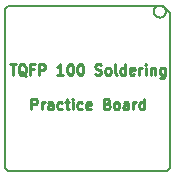
<source format=gto>
G04 (created by PCBNEW-RS274X (2012-01-19 BZR 3256)-stable) date 21/01/2013 18:38:03*
G01*
G70*
G90*
%MOIN*%
G04 Gerber Fmt 3.4, Leading zero omitted, Abs format*
%FSLAX34Y34*%
G04 APERTURE LIST*
%ADD10C,0.006000*%
%ADD11C,0.008800*%
%ADD12C,0.008000*%
G04 APERTURE END LIST*
G54D10*
G54D11*
X51391Y-50201D02*
X51591Y-50201D01*
X51491Y-50551D02*
X51491Y-50201D01*
X51942Y-50584D02*
X51908Y-50567D01*
X51875Y-50534D01*
X51825Y-50484D01*
X51792Y-50467D01*
X51758Y-50467D01*
X51775Y-50551D02*
X51742Y-50534D01*
X51708Y-50501D01*
X51692Y-50434D01*
X51692Y-50317D01*
X51708Y-50251D01*
X51742Y-50217D01*
X51775Y-50201D01*
X51842Y-50201D01*
X51875Y-50217D01*
X51908Y-50251D01*
X51925Y-50317D01*
X51925Y-50434D01*
X51908Y-50501D01*
X51875Y-50534D01*
X51842Y-50551D01*
X51775Y-50551D01*
X52192Y-50367D02*
X52075Y-50367D01*
X52075Y-50551D02*
X52075Y-50201D01*
X52242Y-50201D01*
X52375Y-50551D02*
X52375Y-50201D01*
X52509Y-50201D01*
X52542Y-50217D01*
X52559Y-50234D01*
X52575Y-50267D01*
X52575Y-50317D01*
X52559Y-50351D01*
X52542Y-50367D01*
X52509Y-50384D01*
X52375Y-50384D01*
X53176Y-50551D02*
X52976Y-50551D01*
X53076Y-50551D02*
X53076Y-50201D01*
X53042Y-50251D01*
X53009Y-50284D01*
X52976Y-50301D01*
X53392Y-50201D02*
X53425Y-50201D01*
X53459Y-50217D01*
X53475Y-50234D01*
X53492Y-50267D01*
X53509Y-50334D01*
X53509Y-50417D01*
X53492Y-50484D01*
X53475Y-50517D01*
X53459Y-50534D01*
X53425Y-50551D01*
X53392Y-50551D01*
X53359Y-50534D01*
X53342Y-50517D01*
X53325Y-50484D01*
X53309Y-50417D01*
X53309Y-50334D01*
X53325Y-50267D01*
X53342Y-50234D01*
X53359Y-50217D01*
X53392Y-50201D01*
X53725Y-50201D02*
X53758Y-50201D01*
X53792Y-50217D01*
X53808Y-50234D01*
X53825Y-50267D01*
X53842Y-50334D01*
X53842Y-50417D01*
X53825Y-50484D01*
X53808Y-50517D01*
X53792Y-50534D01*
X53758Y-50551D01*
X53725Y-50551D01*
X53692Y-50534D01*
X53675Y-50517D01*
X53658Y-50484D01*
X53642Y-50417D01*
X53642Y-50334D01*
X53658Y-50267D01*
X53675Y-50234D01*
X53692Y-50217D01*
X53725Y-50201D01*
X54242Y-50534D02*
X54292Y-50551D01*
X54375Y-50551D01*
X54408Y-50534D01*
X54425Y-50517D01*
X54442Y-50484D01*
X54442Y-50451D01*
X54425Y-50417D01*
X54408Y-50401D01*
X54375Y-50384D01*
X54308Y-50367D01*
X54275Y-50351D01*
X54258Y-50334D01*
X54242Y-50301D01*
X54242Y-50267D01*
X54258Y-50234D01*
X54275Y-50217D01*
X54308Y-50201D01*
X54392Y-50201D01*
X54442Y-50217D01*
X54641Y-50551D02*
X54608Y-50534D01*
X54591Y-50517D01*
X54575Y-50484D01*
X54575Y-50384D01*
X54591Y-50351D01*
X54608Y-50334D01*
X54641Y-50317D01*
X54691Y-50317D01*
X54725Y-50334D01*
X54741Y-50351D01*
X54758Y-50384D01*
X54758Y-50484D01*
X54741Y-50517D01*
X54725Y-50534D01*
X54691Y-50551D01*
X54641Y-50551D01*
X54958Y-50551D02*
X54925Y-50534D01*
X54908Y-50501D01*
X54908Y-50201D01*
X55241Y-50551D02*
X55241Y-50201D01*
X55241Y-50534D02*
X55208Y-50551D01*
X55141Y-50551D01*
X55108Y-50534D01*
X55091Y-50517D01*
X55075Y-50484D01*
X55075Y-50384D01*
X55091Y-50351D01*
X55108Y-50334D01*
X55141Y-50317D01*
X55208Y-50317D01*
X55241Y-50334D01*
X55542Y-50534D02*
X55508Y-50551D01*
X55442Y-50551D01*
X55408Y-50534D01*
X55392Y-50501D01*
X55392Y-50367D01*
X55408Y-50334D01*
X55442Y-50317D01*
X55508Y-50317D01*
X55542Y-50334D01*
X55558Y-50367D01*
X55558Y-50401D01*
X55392Y-50434D01*
X55708Y-50551D02*
X55708Y-50317D01*
X55708Y-50384D02*
X55725Y-50351D01*
X55742Y-50334D01*
X55775Y-50317D01*
X55808Y-50317D01*
X55925Y-50551D02*
X55925Y-50317D01*
X55925Y-50201D02*
X55909Y-50217D01*
X55925Y-50234D01*
X55942Y-50217D01*
X55925Y-50201D01*
X55925Y-50234D01*
X56092Y-50317D02*
X56092Y-50551D01*
X56092Y-50351D02*
X56109Y-50334D01*
X56142Y-50317D01*
X56192Y-50317D01*
X56226Y-50334D01*
X56242Y-50367D01*
X56242Y-50551D01*
X56559Y-50317D02*
X56559Y-50601D01*
X56543Y-50634D01*
X56526Y-50651D01*
X56493Y-50667D01*
X56443Y-50667D01*
X56409Y-50651D01*
X56559Y-50534D02*
X56526Y-50551D01*
X56459Y-50551D01*
X56426Y-50534D01*
X56409Y-50517D01*
X56393Y-50484D01*
X56393Y-50384D01*
X56409Y-50351D01*
X56426Y-50334D01*
X56459Y-50317D01*
X56526Y-50317D01*
X56559Y-50334D01*
X52115Y-51707D02*
X52115Y-51357D01*
X52249Y-51357D01*
X52282Y-51373D01*
X52299Y-51390D01*
X52315Y-51423D01*
X52315Y-51473D01*
X52299Y-51507D01*
X52282Y-51523D01*
X52249Y-51540D01*
X52115Y-51540D01*
X52465Y-51707D02*
X52465Y-51473D01*
X52465Y-51540D02*
X52482Y-51507D01*
X52499Y-51490D01*
X52532Y-51473D01*
X52565Y-51473D01*
X52832Y-51707D02*
X52832Y-51523D01*
X52816Y-51490D01*
X52782Y-51473D01*
X52716Y-51473D01*
X52682Y-51490D01*
X52832Y-51690D02*
X52799Y-51707D01*
X52716Y-51707D01*
X52682Y-51690D01*
X52666Y-51657D01*
X52666Y-51623D01*
X52682Y-51590D01*
X52716Y-51573D01*
X52799Y-51573D01*
X52832Y-51557D01*
X53149Y-51690D02*
X53116Y-51707D01*
X53049Y-51707D01*
X53016Y-51690D01*
X52999Y-51673D01*
X52983Y-51640D01*
X52983Y-51540D01*
X52999Y-51507D01*
X53016Y-51490D01*
X53049Y-51473D01*
X53116Y-51473D01*
X53149Y-51490D01*
X53249Y-51473D02*
X53383Y-51473D01*
X53299Y-51357D02*
X53299Y-51657D01*
X53316Y-51690D01*
X53349Y-51707D01*
X53383Y-51707D01*
X53499Y-51707D02*
X53499Y-51473D01*
X53499Y-51357D02*
X53483Y-51373D01*
X53499Y-51390D01*
X53516Y-51373D01*
X53499Y-51357D01*
X53499Y-51390D01*
X53816Y-51690D02*
X53783Y-51707D01*
X53716Y-51707D01*
X53683Y-51690D01*
X53666Y-51673D01*
X53650Y-51640D01*
X53650Y-51540D01*
X53666Y-51507D01*
X53683Y-51490D01*
X53716Y-51473D01*
X53783Y-51473D01*
X53816Y-51490D01*
X54100Y-51690D02*
X54066Y-51707D01*
X54000Y-51707D01*
X53966Y-51690D01*
X53950Y-51657D01*
X53950Y-51523D01*
X53966Y-51490D01*
X54000Y-51473D01*
X54066Y-51473D01*
X54100Y-51490D01*
X54116Y-51523D01*
X54116Y-51557D01*
X53950Y-51590D01*
X54650Y-51523D02*
X54700Y-51540D01*
X54717Y-51557D01*
X54733Y-51590D01*
X54733Y-51640D01*
X54717Y-51673D01*
X54700Y-51690D01*
X54667Y-51707D01*
X54533Y-51707D01*
X54533Y-51357D01*
X54650Y-51357D01*
X54683Y-51373D01*
X54700Y-51390D01*
X54717Y-51423D01*
X54717Y-51457D01*
X54700Y-51490D01*
X54683Y-51507D01*
X54650Y-51523D01*
X54533Y-51523D01*
X54933Y-51707D02*
X54900Y-51690D01*
X54883Y-51673D01*
X54867Y-51640D01*
X54867Y-51540D01*
X54883Y-51507D01*
X54900Y-51490D01*
X54933Y-51473D01*
X54983Y-51473D01*
X55017Y-51490D01*
X55033Y-51507D01*
X55050Y-51540D01*
X55050Y-51640D01*
X55033Y-51673D01*
X55017Y-51690D01*
X54983Y-51707D01*
X54933Y-51707D01*
X55350Y-51707D02*
X55350Y-51523D01*
X55334Y-51490D01*
X55300Y-51473D01*
X55234Y-51473D01*
X55200Y-51490D01*
X55350Y-51690D02*
X55317Y-51707D01*
X55234Y-51707D01*
X55200Y-51690D01*
X55184Y-51657D01*
X55184Y-51623D01*
X55200Y-51590D01*
X55234Y-51573D01*
X55317Y-51573D01*
X55350Y-51557D01*
X55517Y-51707D02*
X55517Y-51473D01*
X55517Y-51540D02*
X55534Y-51507D01*
X55551Y-51490D01*
X55584Y-51473D01*
X55617Y-51473D01*
X55884Y-51707D02*
X55884Y-51357D01*
X55884Y-51690D02*
X55851Y-51707D01*
X55784Y-51707D01*
X55751Y-51690D01*
X55734Y-51673D01*
X55718Y-51640D01*
X55718Y-51540D01*
X55734Y-51507D01*
X55751Y-51490D01*
X55784Y-51473D01*
X55851Y-51473D01*
X55884Y-51490D01*
G54D12*
X56600Y-48450D02*
X56596Y-48488D01*
X56584Y-48526D01*
X56566Y-48560D01*
X56541Y-48590D01*
X56511Y-48615D01*
X56477Y-48634D01*
X56440Y-48645D01*
X56401Y-48649D01*
X56363Y-48646D01*
X56326Y-48635D01*
X56291Y-48617D01*
X56261Y-48592D01*
X56235Y-48562D01*
X56217Y-48528D01*
X56205Y-48491D01*
X56201Y-48452D01*
X56204Y-48414D01*
X56215Y-48377D01*
X56232Y-48342D01*
X56257Y-48312D01*
X56286Y-48286D01*
X56320Y-48267D01*
X56358Y-48255D01*
X56396Y-48251D01*
X56434Y-48254D01*
X56472Y-48264D01*
X56507Y-48282D01*
X56537Y-48306D01*
X56563Y-48335D01*
X56582Y-48369D01*
X56595Y-48406D01*
X56599Y-48445D01*
X56600Y-48450D01*
X56750Y-48500D02*
X56500Y-48250D01*
X51250Y-48350D02*
X51350Y-48250D01*
X51250Y-53650D02*
X51350Y-53750D01*
X56650Y-53750D02*
X56750Y-53650D01*
X56500Y-48250D02*
X51350Y-48250D01*
X51250Y-48350D02*
X51250Y-53650D01*
X51350Y-53750D02*
X56650Y-53750D01*
X56750Y-53650D02*
X56750Y-48500D01*
M02*

</source>
